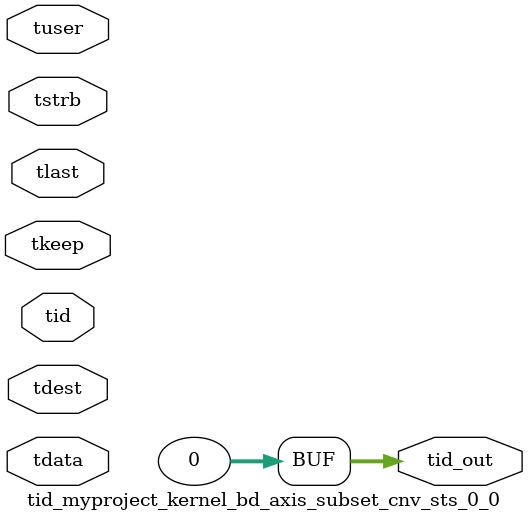
<source format=v>


`timescale 1ps/1ps

module tid_myproject_kernel_bd_axis_subset_cnv_sts_0_0 #
(
parameter C_S_AXIS_TID_WIDTH   = 1,
parameter C_S_AXIS_TUSER_WIDTH = 0,
parameter C_S_AXIS_TDATA_WIDTH = 0,
parameter C_S_AXIS_TDEST_WIDTH = 0,
parameter C_M_AXIS_TID_WIDTH   = 32
)
(
input  [(C_S_AXIS_TID_WIDTH   == 0 ? 1 : C_S_AXIS_TID_WIDTH)-1:0       ] tid,
input  [(C_S_AXIS_TDATA_WIDTH == 0 ? 1 : C_S_AXIS_TDATA_WIDTH)-1:0     ] tdata,
input  [(C_S_AXIS_TUSER_WIDTH == 0 ? 1 : C_S_AXIS_TUSER_WIDTH)-1:0     ] tuser,
input  [(C_S_AXIS_TDEST_WIDTH == 0 ? 1 : C_S_AXIS_TDEST_WIDTH)-1:0     ] tdest,
input  [(C_S_AXIS_TDATA_WIDTH/8)-1:0 ] tkeep,
input  [(C_S_AXIS_TDATA_WIDTH/8)-1:0 ] tstrb,
input                                                                    tlast,
output [(C_M_AXIS_TID_WIDTH   == 0 ? 1 : C_M_AXIS_TID_WIDTH)-1:0       ] tid_out
);

assign tid_out = {1'b0};

endmodule


</source>
